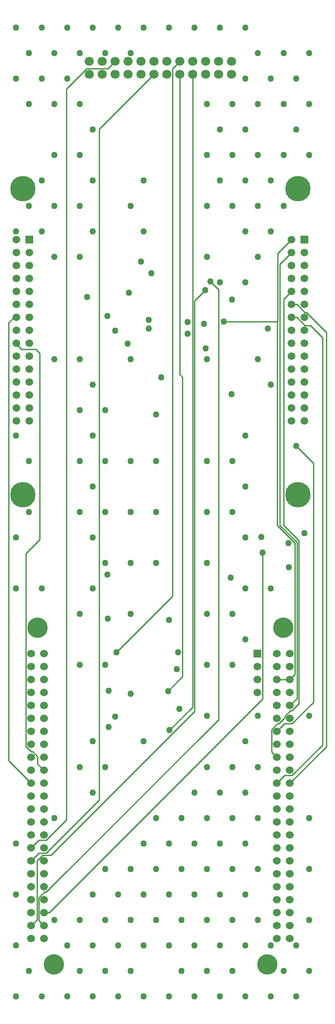
<source format=gbr>
G04 Layer_Physical_Order=5*
G04 Layer_Color=16440176*
%FSLAX26Y26*%
%MOIN*%
%TF.FileFunction,Copper,L5,Inr,Signal*%
%TF.Part,Single*%
G01*
G75*
%TA.AperFunction,Conductor*%
%ADD22C,0.010000*%
%TA.AperFunction,ComponentPad*%
%ADD23R,0.059055X0.059055*%
%ADD24C,0.059055*%
%ADD25R,0.059055X0.059055*%
%ADD26C,0.070866*%
%TA.AperFunction,WasherPad*%
%ADD27C,0.196850*%
%TA.AperFunction,ComponentPad*%
%ADD28C,0.157480*%
%ADD29C,0.060000*%
%TA.AperFunction,ViaPad*%
%ADD30C,0.050000*%
D22*
X221378Y-5163622D02*
X400000Y-4985000D01*
X-694124Y-6128622D02*
X415000Y-5019498D01*
X-760190Y-6128622D02*
X-694124Y-6128622D01*
X415000Y-5019498D02*
X415000Y-1847446D01*
X1221378Y-4960190D02*
X1221378Y-3698311D01*
X1104174Y-3581105D02*
X1221378Y-3698311D01*
X1104174Y-3581105D02*
X1104174Y-1836617D01*
X-990267Y-1984209D02*
X-982676Y-1984209D01*
X-1022204Y-2016146D02*
X-990267Y-1984209D01*
X1164173Y-1476618D02*
X1166694Y-1476618D01*
X1074174Y-1566617D02*
X1164173Y-1476618D01*
X1164173Y-1376618D02*
X1166694Y-1376618D01*
X1059174Y-1481617D02*
X1164173Y-1376618D01*
X1193308Y-1876618D02*
X1208273Y-1876618D01*
X1280546Y-1937091D02*
X1434174Y-2090718D01*
X1208273Y-1876618D02*
X1268745Y-1937091D01*
X1268745Y-2037091D02*
X1310159Y-2037091D01*
X1208273Y-1976618D02*
X1268745Y-2037091D01*
X1193308Y-1976618D02*
X1208273Y-1976618D01*
X1268745Y-1937091D02*
X1280546Y-1937091D01*
X1404174Y-5277394D02*
X1404174Y-2131106D01*
X941378Y-4923622D02*
X941378Y-3793622D01*
X-708622Y-6573622D02*
X941378Y-4923622D01*
X-748622Y-6573622D02*
X-708622Y-6573622D01*
X-836386Y-5329288D02*
X-797288Y-5368388D01*
X-797288Y-5424956D02*
X-748622Y-5473622D01*
X-1022204Y-5400040D02*
X-848622Y-5573622D01*
X245434Y-54566D02*
X300000Y0D01*
X1151378Y-4773622D02*
X1191378Y-4733622D01*
X1151378Y-4973622D02*
X1206378Y-4918622D01*
X1051378Y-5573622D02*
X1111378Y-5513622D01*
X1167946Y-5013622D02*
X1221378Y-4960190D01*
X1011378Y-5333622D02*
X1051378Y-5373622D01*
X1067926Y-5113642D02*
X1111368Y-5070200D01*
X1111368Y-5057064D01*
X1054790Y-5113642D02*
X1067926Y-5113642D01*
X1154810Y-5013622D02*
X1167946Y-5013622D01*
X1111368Y-5057064D02*
X1154810Y-5013622D01*
X1011378Y-5333622D02*
X1011378Y-5157054D01*
X1111378Y-5513622D02*
X1167946Y-5513622D01*
X1051378Y-5173622D02*
X1111378Y-5113622D01*
X1167946Y-5113622D01*
X-732054Y-6113622D02*
X-321850Y-5703418D01*
X-321850Y-521850D02*
X100000Y-100000D01*
X-321850Y-5703418D02*
X-321850Y-521850D01*
X-788622Y-6113622D02*
X-732054Y-6113622D01*
X-848622Y-6173622D02*
X-788622Y-6113622D01*
X-849522Y-5329288D02*
X-836386Y-5329288D01*
X-888622Y-5290190D02*
X-849522Y-5329288D01*
X-888622Y-3797954D02*
X-843148Y-3752480D01*
X-188622Y-4563622D02*
X245434Y-4129566D01*
X245434Y-54566D01*
X300000Y-2416682D02*
X300000Y-100000D01*
X300000Y-2416682D02*
X321378Y-2438060D01*
X321378Y-4749096D02*
X321378Y-2438060D01*
X400000Y-4985000D02*
X400000Y-100000D01*
X-418818Y-54566D02*
X-254566Y-54566D01*
X-788622Y-6013622D02*
X-732054Y-6013622D01*
X-575436Y-5857004D01*
X-575436Y-211184D02*
X-418818Y-54566D01*
X-848622Y-6073622D02*
X-788622Y-6013622D01*
X-575436Y-5857004D02*
X-575436Y-211184D01*
X-254566Y-54566D02*
X-200000Y0D01*
X-1022204Y-5400040D02*
X-1022204Y-2016146D01*
X-797288Y-5424956D02*
X-797288Y-5368388D01*
X-888622Y-5290190D02*
X-888622Y-3797954D01*
X642324Y-2010122D02*
X1053324Y-2010122D01*
X-848622Y-6673622D02*
X-803622Y-6628622D01*
X-803622Y-6172054D01*
X-760190Y-6128622D01*
X415000Y-1847446D02*
X497324Y-1765122D01*
X537324Y-1700122D02*
X600000Y-1762798D01*
X-788622Y-6633622D02*
X-748622Y-6673622D01*
X-788622Y-6457054D02*
X-745190Y-6413622D01*
X-732054Y-6413622D01*
X-788622Y-6633622D02*
X-788622Y-6457054D01*
X1011378Y-5157054D02*
X1054790Y-5113642D01*
X209450Y-4861024D02*
X321378Y-4749096D01*
X1051378Y-4773622D02*
X1151378Y-4773622D01*
X-961810Y-2183070D02*
X-922282Y-2222598D01*
X-810788Y-2222598D02*
X-781810Y-2251574D01*
X-922282Y-2222598D02*
X-810788Y-2222598D01*
X1053324Y-3581624D02*
X1053324Y-2010122D01*
X1053324Y-3581624D02*
X1191378Y-3719678D01*
X1074174Y-3581260D02*
X1206378Y-3713466D01*
X1151378Y-5573622D02*
X1434174Y-5290826D01*
X1167946Y-5513622D02*
X1404174Y-5277394D01*
X1167946Y-5113622D02*
X1334174Y-4947394D01*
X1334174Y-3101972D01*
X1202324Y-2970122D02*
X1334174Y-3101972D01*
X1206378Y-4918622D02*
X1206378Y-3713466D01*
X1191378Y-4733622D02*
X1191378Y-3719678D01*
X-843148Y-3752480D02*
X-842716Y-3752480D01*
X-781810Y-3691574D01*
X-781810Y-2251574D01*
X-732054Y-6413622D02*
X600000Y-5081568D01*
X600000Y-1762798D01*
X1104174Y-1836617D02*
X1164173Y-1776618D01*
X1170626Y-1776618D01*
X-982676Y-1984209D02*
X-982676Y-1976618D01*
X1059174Y-2004272D02*
X1059174Y-1481617D01*
X1053324Y-2010122D02*
X1059174Y-2004272D01*
X1074174Y-3581260D02*
X1074174Y-1566617D01*
X1434174Y-5290826D02*
X1434174Y-2090718D01*
X1310159Y-2037091D02*
X1404174Y-2131106D01*
D23*
X901378Y-4573621D02*
D03*
D24*
X901378Y-4673621D02*
D03*
X901378Y-4773621D02*
D03*
X901378Y-4873621D02*
D03*
X-961811Y-2776618D02*
D03*
X-961811Y-2676618D02*
D03*
X-961811Y-2576618D02*
D03*
X-961811Y-2476618D02*
D03*
X-961811Y-2376618D02*
D03*
X-961811Y-2276618D02*
D03*
X-961811Y-2176618D02*
D03*
X-961811Y-2076618D02*
D03*
X-961811Y-1976618D02*
D03*
X-961811Y-1876618D02*
D03*
X-961811Y-1776618D02*
D03*
X-961811Y-1676618D02*
D03*
X-961811Y-1576618D02*
D03*
X-961811Y-1476618D02*
D03*
X-961811Y-1376618D02*
D03*
X-861811Y-2776618D02*
D03*
X-861811Y-2676618D02*
D03*
X-861811Y-2576618D02*
D03*
X-861811Y-2476618D02*
D03*
X-861811Y-2376618D02*
D03*
X-861811Y-2276618D02*
D03*
X-861811Y-2176618D02*
D03*
X-861811Y-2076618D02*
D03*
X-861811Y-1976618D02*
D03*
X-861811Y-1876618D02*
D03*
X-861811Y-1776618D02*
D03*
X-861811Y-1676618D02*
D03*
X-861811Y-1576618D02*
D03*
X-861811Y-1476618D02*
D03*
X1264173Y-1476618D02*
D03*
X1264173Y-1576618D02*
D03*
X1264173Y-1676618D02*
D03*
X1264173Y-1776618D02*
D03*
X1264173Y-1876618D02*
D03*
X1264173Y-1976618D02*
D03*
X1264173Y-2076618D02*
D03*
X1264173Y-2176618D02*
D03*
X1264173Y-2276618D02*
D03*
X1264173Y-2376618D02*
D03*
X1264173Y-2476618D02*
D03*
X1264173Y-2576618D02*
D03*
X1264173Y-2676618D02*
D03*
X1264173Y-2776618D02*
D03*
X1164173Y-1376618D02*
D03*
X1164173Y-1476618D02*
D03*
X1164173Y-1576618D02*
D03*
X1164173Y-1676618D02*
D03*
X1164173Y-1776618D02*
D03*
X1164173Y-1876618D02*
D03*
X1164173Y-1976618D02*
D03*
X1164173Y-2076618D02*
D03*
X1164173Y-2176618D02*
D03*
X1164173Y-2276618D02*
D03*
X1164173Y-2376618D02*
D03*
X1164173Y-2476618D02*
D03*
X1164173Y-2576618D02*
D03*
X1164173Y-2676618D02*
D03*
X1164173Y-2776618D02*
D03*
D25*
X-861811Y-1376618D02*
D03*
X1264173Y-1376618D02*
D03*
D26*
X600000Y-100000D02*
D03*
X600000Y0D02*
D03*
X500000Y0D02*
D03*
X400000Y0D02*
D03*
X300000Y0D02*
D03*
X200000Y0D02*
D03*
X100000Y0D02*
D03*
X0Y0D02*
D03*
X-100000Y0D02*
D03*
X-200000Y0D02*
D03*
X-300000Y0D02*
D03*
X-400000Y0D02*
D03*
X500000Y-100000D02*
D03*
X400000Y-100000D02*
D03*
X300000Y-100000D02*
D03*
X200000Y-100000D02*
D03*
X100000Y-100000D02*
D03*
X0Y-100000D02*
D03*
X-100000Y-100000D02*
D03*
X-200000Y-100000D02*
D03*
X-300000Y-100000D02*
D03*
X-400000Y-100000D02*
D03*
X700000Y0D02*
D03*
X700000Y-100000D02*
D03*
D27*
X-911810Y-982918D02*
D03*
X-911810Y-3345122D02*
D03*
X1214174Y-982918D02*
D03*
X1214174Y-3345122D02*
D03*
D28*
X-798622Y-4373622D02*
D03*
X1101378Y-4373622D02*
D03*
X976378Y-6973622D02*
D03*
X-673622Y-6973622D02*
D03*
D29*
X-748622Y-4573622D02*
D03*
X-748622Y-4673622D02*
D03*
X-748622Y-4773622D02*
D03*
X-748622Y-4873622D02*
D03*
X-748622Y-4973622D02*
D03*
X-748622Y-5073622D02*
D03*
X-748622Y-5173622D02*
D03*
X-748622Y-5273622D02*
D03*
X-748622Y-5373622D02*
D03*
X-748622Y-5473622D02*
D03*
X-748622Y-5573622D02*
D03*
X-748622Y-5673622D02*
D03*
X-748622Y-5773622D02*
D03*
X-748622Y-5873622D02*
D03*
X-748622Y-5973622D02*
D03*
X-748622Y-6073622D02*
D03*
X-748622Y-6173622D02*
D03*
X-748622Y-6273622D02*
D03*
X-748622Y-6373622D02*
D03*
X-748622Y-6473622D02*
D03*
X-748622Y-6573622D02*
D03*
X-748622Y-6673622D02*
D03*
X-748622Y-6773622D02*
D03*
X-848622Y-4673622D02*
D03*
X-848622Y-4773622D02*
D03*
X-848622Y-4873622D02*
D03*
X-848622Y-4973622D02*
D03*
X-848622Y-5073622D02*
D03*
X-848622Y-5173622D02*
D03*
X-848622Y-5273622D02*
D03*
X-848622Y-5373622D02*
D03*
X-848622Y-5473622D02*
D03*
X-848622Y-5573622D02*
D03*
X-848622Y-5673622D02*
D03*
X-848622Y-5773622D02*
D03*
X-848622Y-5873622D02*
D03*
X-848622Y-5973622D02*
D03*
X-848622Y-6073622D02*
D03*
X-848622Y-6173622D02*
D03*
X-848622Y-6273622D02*
D03*
X-848622Y-6373622D02*
D03*
X-848622Y-6473622D02*
D03*
X-848622Y-6573622D02*
D03*
X-848622Y-6673622D02*
D03*
X-848622Y-6773622D02*
D03*
X1051378Y-4573622D02*
D03*
X1151378Y-4573622D02*
D03*
X1151378Y-4673622D02*
D03*
X1151378Y-4773622D02*
D03*
X1151378Y-4873622D02*
D03*
X1151378Y-4973622D02*
D03*
X1151378Y-5073622D02*
D03*
X1151378Y-5173622D02*
D03*
X1151378Y-5273622D02*
D03*
X1151378Y-5373622D02*
D03*
X1151378Y-5473622D02*
D03*
X1151378Y-5573622D02*
D03*
X1151378Y-5673622D02*
D03*
X1151378Y-5773622D02*
D03*
X1151378Y-5873622D02*
D03*
X1151378Y-5973622D02*
D03*
X1151378Y-6073622D02*
D03*
X1151378Y-6173622D02*
D03*
X1151378Y-6273622D02*
D03*
X1151378Y-6373622D02*
D03*
X1151378Y-6473622D02*
D03*
X1151378Y-6573622D02*
D03*
X1151378Y-6673622D02*
D03*
X1151378Y-6773622D02*
D03*
X1051378Y-4673622D02*
D03*
X1051378Y-4773622D02*
D03*
X1051378Y-4873622D02*
D03*
X1051378Y-4973622D02*
D03*
X1051378Y-5073622D02*
D03*
X1051378Y-5173622D02*
D03*
X1051378Y-5273622D02*
D03*
X1051378Y-5373622D02*
D03*
X1051378Y-5473622D02*
D03*
X1051378Y-5573622D02*
D03*
X1051378Y-5673622D02*
D03*
X1051378Y-5773622D02*
D03*
X1051378Y-5873622D02*
D03*
X1051378Y-5973622D02*
D03*
X1051378Y-6073622D02*
D03*
X1051378Y-6173622D02*
D03*
X1051378Y-6273622D02*
D03*
X1051378Y-6373622D02*
D03*
X1051378Y-6473622D02*
D03*
X1051378Y-6573622D02*
D03*
X1051378Y-6673622D02*
D03*
X1051378Y-6773622D02*
D03*
X-848622Y-4573622D02*
D03*
D30*
X694324Y-3986122D02*
D03*
X-258352Y-3961122D02*
D03*
X1145000Y-3905000D02*
D03*
X361378Y-2103256D02*
D03*
X221378Y-5163622D02*
D03*
X277324Y-4693122D02*
D03*
X296324Y-4998122D02*
D03*
X-77676Y-4881122D02*
D03*
X-198676Y-5059122D02*
D03*
X-255676Y-4301122D02*
D03*
X218324Y-4311122D02*
D03*
X-248622Y-4858622D02*
D03*
X209450Y-4861024D02*
D03*
X-248622Y-5138622D02*
D03*
X-188622Y-4563622D02*
D03*
X286378Y-4563622D02*
D03*
X497324Y-1765122D02*
D03*
X537324Y-1700122D02*
D03*
X82324Y-1635122D02*
D03*
X642324Y-2010122D02*
D03*
X-92676Y-1785122D02*
D03*
X2324Y-1545122D02*
D03*
X62324Y-1995122D02*
D03*
X-257676Y-1965122D02*
D03*
X502324Y-2215122D02*
D03*
X487324Y-2025122D02*
D03*
X117324Y-2725122D02*
D03*
X1142324Y-3720122D02*
D03*
X-197676Y-2080122D02*
D03*
X1202324Y-2970122D02*
D03*
X-102676Y-2180122D02*
D03*
X157324Y-2440122D02*
D03*
X704118Y-1837918D02*
D03*
X702324Y-2568122D02*
D03*
X941378Y-3793622D02*
D03*
X361378Y-2013622D02*
D03*
X61378Y-2063622D02*
D03*
X-414354Y-1820224D02*
D03*
X981378Y-2063622D02*
D03*
X931378Y-3673622D02*
D03*
X1264174Y-3641574D02*
D03*
X-964030Y-7218735D02*
D03*
X-865605Y-7021885D02*
D03*
X-964030Y-6825034D02*
D03*
X-964030Y-6431334D02*
D03*
X-964030Y-6037633D02*
D03*
X-964030Y-4069129D02*
D03*
X-964030Y-3675428D02*
D03*
X-865605Y-3478578D02*
D03*
X-865605Y-3084877D02*
D03*
X-964030Y-2888026D02*
D03*
X-964030Y-1313223D02*
D03*
X-865605Y-1116373D02*
D03*
X-865605Y-328971D02*
D03*
X-964030Y-132121D02*
D03*
X-865605Y64730D02*
D03*
X-964030Y261580D02*
D03*
X-767180Y-7218735D02*
D03*
X-668754Y-6628184D02*
D03*
X-668754Y-5840782D02*
D03*
X-767180Y-4069129D02*
D03*
X-668754Y-2297475D02*
D03*
X-668754Y-1510074D02*
D03*
X-767180Y-1313223D02*
D03*
X-668754Y-1116373D02*
D03*
X-767180Y-919522D02*
D03*
X-668754Y-722672D02*
D03*
X-668754Y-328971D02*
D03*
X-767180Y-132121D02*
D03*
X-668754Y64730D02*
D03*
X-767180Y261580D02*
D03*
X-570329Y-7218735D02*
D03*
X-471904Y-7021885D02*
D03*
X-570329Y-6825034D02*
D03*
X-471904Y-6628184D02*
D03*
X-471904Y-5447082D02*
D03*
X-471904Y-4659680D02*
D03*
X-471904Y-4265979D02*
D03*
X-471904Y-3478578D02*
D03*
X-471904Y-3084877D02*
D03*
X-471904Y-2691176D02*
D03*
X-471904Y-2297475D02*
D03*
X-471904Y-1510074D02*
D03*
X-471904Y-1116373D02*
D03*
X-471904Y-722672D02*
D03*
X-471904Y-328971D02*
D03*
X-570329Y-132121D02*
D03*
X-471904Y64730D02*
D03*
X-570329Y261580D02*
D03*
X-373479Y-7218735D02*
D03*
X-275054Y-7021885D02*
D03*
X-373479Y-6825034D02*
D03*
X-275054Y-6628184D02*
D03*
X-373479Y-6431334D02*
D03*
X-275054Y-6234483D02*
D03*
X-373479Y-5643932D02*
D03*
X-275054Y-5447082D02*
D03*
X-373479Y-5250231D02*
D03*
X-275054Y-4659680D02*
D03*
X-373479Y-4069129D02*
D03*
X-275054Y-3872278D02*
D03*
X-373479Y-3675428D02*
D03*
X-275054Y-3478578D02*
D03*
X-373479Y-3281727D02*
D03*
X-275054Y-3084877D02*
D03*
X-373479Y-2888026D02*
D03*
X-275054Y-2691176D02*
D03*
X-373479Y-2494326D02*
D03*
X-373479Y-1313223D02*
D03*
X-373479Y-919522D02*
D03*
X-373479Y-525822D02*
D03*
X-275054Y64730D02*
D03*
X-373479Y261580D02*
D03*
X-176628Y-7218735D02*
D03*
X-78203Y-7021885D02*
D03*
X-176628Y-6825034D02*
D03*
X-78203Y-6628184D02*
D03*
X-176628Y-6431334D02*
D03*
X-78203Y-6234483D02*
D03*
X-78203Y-4265979D02*
D03*
X-78203Y-3872278D02*
D03*
X-78203Y-3478578D02*
D03*
X-78203Y-3084877D02*
D03*
X-78203Y-2297475D02*
D03*
X-78203Y-1116373D02*
D03*
X-78203Y64730D02*
D03*
X-176628Y261580D02*
D03*
X20222Y-7218735D02*
D03*
X20222Y-6825034D02*
D03*
X118647Y-6628184D02*
D03*
X20222Y-6431334D02*
D03*
X118647Y-6234483D02*
D03*
X20222Y-6037633D02*
D03*
X118647Y-5840782D02*
D03*
X20222Y-5250231D02*
D03*
X118647Y-3872278D02*
D03*
X118647Y-3478578D02*
D03*
X118647Y-3084877D02*
D03*
X20222Y-1313223D02*
D03*
X20222Y-919522D02*
D03*
X20222Y261580D02*
D03*
X217072Y-7218735D02*
D03*
X315498Y-7021885D02*
D03*
X217072Y-6825034D02*
D03*
X315498Y-6628184D02*
D03*
X217072Y-6431334D02*
D03*
X315498Y-6234483D02*
D03*
X217072Y-6037633D02*
D03*
X315498Y-5840782D02*
D03*
X217072Y261580D02*
D03*
X413923Y-7218735D02*
D03*
X512348Y-7021885D02*
D03*
X413923Y-6825034D02*
D03*
X512348Y-6628184D02*
D03*
X413923Y-6431334D02*
D03*
X512348Y-6234483D02*
D03*
X413923Y-6037633D02*
D03*
X512348Y-5840782D02*
D03*
X413923Y-5643932D02*
D03*
X512348Y-5447082D02*
D03*
X512348Y-5053381D02*
D03*
X512348Y-4659680D02*
D03*
X512348Y-4265979D02*
D03*
X512348Y-3872278D02*
D03*
X512348Y-3478578D02*
D03*
X512348Y-3084877D02*
D03*
X512348Y-2297475D02*
D03*
X512348Y-1510074D02*
D03*
X512348Y-1116373D02*
D03*
X512348Y-722672D02*
D03*
X512348Y-328971D02*
D03*
X413923Y261580D02*
D03*
X610773Y-7218735D02*
D03*
X709198Y-7021885D02*
D03*
X610773Y-6825034D02*
D03*
X709198Y-6628184D02*
D03*
X610773Y-6431334D02*
D03*
X709198Y-6234483D02*
D03*
X610773Y-6037633D02*
D03*
X709198Y-5840782D02*
D03*
X610773Y-5643932D02*
D03*
X709198Y-5447082D02*
D03*
X709198Y-4659680D02*
D03*
X709198Y-4265979D02*
D03*
X709198Y-3478578D02*
D03*
X709198Y-3084877D02*
D03*
X610773Y-1706924D02*
D03*
X709198Y-1116373D02*
D03*
X610773Y-919522D02*
D03*
X709198Y-722672D02*
D03*
X610773Y-525822D02*
D03*
X709198Y-328971D02*
D03*
X610773Y261580D02*
D03*
X807624Y-7218735D02*
D03*
X807624Y-6825034D02*
D03*
X906049Y-6628184D02*
D03*
X807624Y-6431334D02*
D03*
X906049Y-6234483D02*
D03*
X807624Y-6037633D02*
D03*
X906049Y-5840782D02*
D03*
X807624Y-5643932D02*
D03*
X906049Y-5447082D02*
D03*
X807624Y-5250231D02*
D03*
X906049Y-5053381D02*
D03*
X807624Y-4462830D02*
D03*
X807624Y-4069129D02*
D03*
X807624Y-3675428D02*
D03*
X807624Y-3281727D02*
D03*
X807624Y-2888026D02*
D03*
X906049Y-2297475D02*
D03*
X807624Y-1706924D02*
D03*
X906049Y-1510074D02*
D03*
X807624Y-1313223D02*
D03*
X906049Y-1116373D02*
D03*
X807624Y-919522D02*
D03*
X906049Y-722672D02*
D03*
X807624Y-525822D02*
D03*
X906049Y-328971D02*
D03*
X807624Y-132121D02*
D03*
X906049Y64730D02*
D03*
X807624Y261580D02*
D03*
X1004474Y-7218735D02*
D03*
X1102899Y-7021885D02*
D03*
X1004474Y-6825034D02*
D03*
X1004474Y-4069129D02*
D03*
X1004474Y-2494326D02*
D03*
X1004474Y-1313223D02*
D03*
X1102899Y-1116373D02*
D03*
X1004474Y-919522D02*
D03*
X1102899Y-722672D02*
D03*
X1102899Y-328971D02*
D03*
X1004474Y-132121D02*
D03*
X1102899Y64730D02*
D03*
X1201324Y-7218735D02*
D03*
X1299750Y-7021885D02*
D03*
X1201324Y-6825034D02*
D03*
X1299750Y-6628184D02*
D03*
X1299750Y-6234483D02*
D03*
X1299750Y-5840782D02*
D03*
X1299750Y-5053381D02*
D03*
X1299750Y-722672D02*
D03*
X1201324Y-525822D02*
D03*
X1299750Y-328971D02*
D03*
X1201324Y-132121D02*
D03*
X1299750Y64730D02*
D03*
%TF.MD5,952253cd08054c9bf164f900d64e556e*%
M02*

</source>
